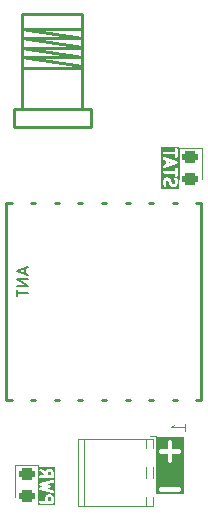
<source format=gbr>
%TF.GenerationSoftware,KiCad,Pcbnew,8.0.0*%
%TF.CreationDate,2025-01-24T21:29:13-08:00*%
%TF.ProjectId,Hope,486f7065-2e6b-4696-9361-645f70636258,rev?*%
%TF.SameCoordinates,Original*%
%TF.FileFunction,Legend,Bot*%
%TF.FilePolarity,Positive*%
%FSLAX46Y46*%
G04 Gerber Fmt 4.6, Leading zero omitted, Abs format (unit mm)*
G04 Created by KiCad (PCBNEW 8.0.0) date 2025-01-24 21:29:13*
%MOMM*%
%LPD*%
G01*
G04 APERTURE LIST*
G04 Aperture macros list*
%AMRoundRect*
0 Rectangle with rounded corners*
0 $1 Rounding radius*
0 $2 $3 $4 $5 $6 $7 $8 $9 X,Y pos of 4 corners*
0 Add a 4 corners polygon primitive as box body*
4,1,4,$2,$3,$4,$5,$6,$7,$8,$9,$2,$3,0*
0 Add four circle primitives for the rounded corners*
1,1,$1+$1,$2,$3*
1,1,$1+$1,$4,$5*
1,1,$1+$1,$6,$7*
1,1,$1+$1,$8,$9*
0 Add four rect primitives between the rounded corners*
20,1,$1+$1,$2,$3,$4,$5,0*
20,1,$1+$1,$4,$5,$6,$7,0*
20,1,$1+$1,$6,$7,$8,$9,0*
20,1,$1+$1,$8,$9,$2,$3,0*%
G04 Aperture macros list end*
%ADD10C,0.250000*%
%ADD11C,0.400000*%
%ADD12C,0.150000*%
%ADD13C,0.120000*%
%ADD14C,3.800000*%
%ADD15R,2.200000X2.200000*%
%ADD16C,2.200000*%
%ADD17R,1.200000X2.000000*%
%ADD18O,1.900000X1.200000*%
%ADD19O,1.400000X1.200000*%
%ADD20RoundRect,0.243750X-0.456250X0.243750X-0.456250X-0.243750X0.456250X-0.243750X0.456250X0.243750X0*%
%ADD21R,1.400000X5.000000*%
%ADD22R,1.200000X5.000000*%
G04 APERTURE END LIST*
D10*
G36*
X14205806Y30044497D02*
G01*
X14007270Y29977826D01*
X14006634Y30110395D01*
X14205806Y30044497D01*
G37*
G36*
X14847380Y27841750D02*
G01*
X13347380Y27841750D01*
X13347380Y28472702D01*
X13472380Y28472702D01*
X13474549Y28235678D01*
X13473362Y28218972D01*
X13474758Y28212833D01*
X13474782Y28210221D01*
X13476045Y28207172D01*
X13478795Y28195078D01*
X13536405Y28029846D01*
X13568361Y27993000D01*
X13611985Y27971188D01*
X13660635Y27967732D01*
X13706904Y27983155D01*
X13743750Y28015111D01*
X13765561Y28058735D01*
X13769018Y28107385D01*
X13763585Y28131279D01*
X13722240Y28249860D01*
X13720495Y28440502D01*
X13744947Y28491733D01*
X13764083Y28511898D01*
X13815373Y28538731D01*
X13852139Y28539469D01*
X13902125Y28515613D01*
X13922290Y28496476D01*
X13954017Y28435830D01*
X13999805Y28260799D01*
X14000629Y28249210D01*
X14007606Y28230977D01*
X14008167Y28228834D01*
X14008703Y28228110D01*
X14009387Y28226324D01*
X14059472Y28130588D01*
X14064876Y28117542D01*
X14068795Y28112766D01*
X14070060Y28110349D01*
X14072554Y28108186D01*
X14080421Y28098600D01*
X14131745Y28049895D01*
X14139789Y28040620D01*
X14144925Y28037387D01*
X14146981Y28035436D01*
X14150031Y28034173D01*
X14160526Y28027566D01*
X14240766Y27989270D01*
X14242220Y27987816D01*
X14254269Y27982825D01*
X14278650Y27971189D01*
X14283130Y27970871D01*
X14287280Y27969152D01*
X14311666Y27966750D01*
X14389523Y27968314D01*
X14391270Y27967731D01*
X14403376Y27968592D01*
X14431290Y27969152D01*
X14435438Y27970871D01*
X14439920Y27971189D01*
X14462806Y27979947D01*
X14558542Y28030033D01*
X14571588Y28035436D01*
X14576364Y28039356D01*
X14578781Y28040620D01*
X14580944Y28043115D01*
X14590530Y28050981D01*
X14639235Y28102306D01*
X14648510Y28110349D01*
X14651743Y28115486D01*
X14653694Y28117541D01*
X14654957Y28120592D01*
X14661564Y28131086D01*
X14699860Y28211327D01*
X14701314Y28212780D01*
X14706305Y28224830D01*
X14717941Y28249210D01*
X14718259Y28253691D01*
X14719978Y28257840D01*
X14722380Y28282226D01*
X14720210Y28519251D01*
X14721398Y28535956D01*
X14720001Y28542096D01*
X14719978Y28544707D01*
X14718714Y28547757D01*
X14715965Y28559850D01*
X14658356Y28725081D01*
X14626401Y28761927D01*
X14582776Y28783739D01*
X14534127Y28787196D01*
X14487858Y28771773D01*
X14451012Y28739818D01*
X14429200Y28696193D01*
X14425743Y28647544D01*
X14431176Y28623650D01*
X14472519Y28505070D01*
X14474264Y28314426D01*
X14449814Y28263197D01*
X14430677Y28243031D01*
X14379387Y28216198D01*
X14342622Y28215460D01*
X14292636Y28239316D01*
X14272470Y28258453D01*
X14240743Y28319099D01*
X14194955Y28494132D01*
X14194132Y28505718D01*
X14187154Y28523952D01*
X14186594Y28526094D01*
X14186057Y28526819D01*
X14185374Y28528604D01*
X14135290Y28624338D01*
X14129885Y28637387D01*
X14125963Y28642165D01*
X14124701Y28644579D01*
X14122209Y28646741D01*
X14114340Y28656329D01*
X14063018Y28705031D01*
X14054972Y28714308D01*
X14049832Y28717544D01*
X14047779Y28719492D01*
X14044732Y28720754D01*
X14034234Y28727363D01*
X13953994Y28765659D01*
X13952541Y28767112D01*
X13940492Y28772103D01*
X13916111Y28783739D01*
X13911629Y28784058D01*
X13907481Y28785776D01*
X13883095Y28788178D01*
X13805234Y28786615D01*
X13803490Y28787196D01*
X13791398Y28786337D01*
X13763471Y28785776D01*
X13759321Y28784058D01*
X13754841Y28783739D01*
X13731955Y28774981D01*
X13636221Y28724898D01*
X13623172Y28719492D01*
X13618394Y28715571D01*
X13615980Y28714308D01*
X13613818Y28711817D01*
X13604230Y28703947D01*
X13555529Y28652627D01*
X13546252Y28644580D01*
X13543016Y28639440D01*
X13541067Y28637386D01*
X13539804Y28634340D01*
X13533197Y28623843D01*
X13494900Y28543603D01*
X13493446Y28542148D01*
X13488451Y28530090D01*
X13476820Y28505719D01*
X13476501Y28501240D01*
X13474782Y28497088D01*
X13472380Y28472702D01*
X13347380Y28472702D01*
X13347380Y29210221D01*
X13474782Y29210221D01*
X13493446Y29165161D01*
X13527934Y29130673D01*
X13572994Y29112009D01*
X13597380Y29109607D01*
X14474027Y29111663D01*
X14474782Y28924507D01*
X14493446Y28879447D01*
X14527934Y28844959D01*
X14572994Y28826295D01*
X14621766Y28826295D01*
X14666826Y28844959D01*
X14701314Y28879447D01*
X14719978Y28924507D01*
X14722380Y28948893D01*
X14719978Y29544707D01*
X14701314Y29589767D01*
X14666826Y29624255D01*
X14621766Y29642919D01*
X14572994Y29642919D01*
X14527934Y29624255D01*
X14493446Y29589767D01*
X14474782Y29544707D01*
X14472380Y29520321D01*
X14473029Y29359316D01*
X13572994Y29357205D01*
X13527934Y29338541D01*
X13493446Y29304053D01*
X13474782Y29258993D01*
X13474782Y29210221D01*
X13347380Y29210221D01*
X13347380Y29695164D01*
X13473362Y29695164D01*
X13488785Y29648895D01*
X13520740Y29612049D01*
X13564365Y29590237D01*
X13613014Y29586780D01*
X13636908Y29592213D01*
X14621839Y29922963D01*
X14630395Y29923570D01*
X14644190Y29930468D01*
X14659283Y29935536D01*
X14666030Y29941388D01*
X14674019Y29945382D01*
X14684285Y29957220D01*
X14696129Y29967491D01*
X14700124Y29975483D01*
X14705975Y29982228D01*
X14710930Y29997093D01*
X14717941Y30011115D01*
X14718574Y30020026D01*
X14721398Y30028497D01*
X14720287Y30044131D01*
X14721398Y30059765D01*
X14718574Y30068237D01*
X14717941Y30077147D01*
X14710930Y30091169D01*
X14705975Y30106034D01*
X14700124Y30112780D01*
X14696129Y30120771D01*
X14684285Y30131043D01*
X14674019Y30142880D01*
X14666030Y30146875D01*
X14659283Y30152726D01*
X14636908Y30162717D01*
X13916710Y30401002D01*
X13907481Y30404824D01*
X13905156Y30404824D01*
X13613014Y30501482D01*
X13564365Y30498025D01*
X13520740Y30476213D01*
X13488785Y30439367D01*
X13473362Y30393098D01*
X13476819Y30344449D01*
X13498631Y30300824D01*
X13535477Y30268869D01*
X13557852Y30258879D01*
X13758525Y30192484D01*
X13759954Y29894775D01*
X13535477Y29819393D01*
X13498631Y29787438D01*
X13476819Y29743813D01*
X13473362Y29695164D01*
X13347380Y29695164D01*
X13347380Y30829269D01*
X13474782Y30829269D01*
X13493446Y30784209D01*
X13527934Y30749721D01*
X13572994Y30731057D01*
X13597380Y30728655D01*
X14474027Y30730711D01*
X14474782Y30543555D01*
X14493446Y30498495D01*
X14527934Y30464007D01*
X14572994Y30445343D01*
X14621766Y30445343D01*
X14666826Y30464007D01*
X14701314Y30498495D01*
X14719978Y30543555D01*
X14722380Y30567941D01*
X14719978Y31163755D01*
X14701314Y31208815D01*
X14666826Y31243303D01*
X14621766Y31261967D01*
X14572994Y31261967D01*
X14527934Y31243303D01*
X14493446Y31208815D01*
X14474782Y31163755D01*
X14472380Y31139369D01*
X14473029Y30978364D01*
X13572994Y30976253D01*
X13527934Y30957589D01*
X13493446Y30923101D01*
X13474782Y30878041D01*
X13474782Y30829269D01*
X13347380Y30829269D01*
X13347380Y31386967D01*
X14847380Y31386967D01*
X14847380Y27841750D01*
G37*
G36*
X3953855Y1712857D02*
G01*
X3974020Y1693720D01*
X4000459Y1643183D01*
X4001819Y1413705D01*
X3725756Y1413058D01*
X3724427Y1637370D01*
X3749057Y1688977D01*
X3768194Y1709142D01*
X3819175Y1735813D01*
X3903225Y1737020D01*
X3953855Y1712857D01*
G37*
G36*
X3953855Y3855714D02*
G01*
X3974020Y3836577D01*
X4000459Y3786040D01*
X4001819Y3556562D01*
X3725756Y3555915D01*
X3725132Y3661232D01*
X3726463Y3667236D01*
X3725049Y3675245D01*
X3724427Y3780227D01*
X3749057Y3831834D01*
X3768194Y3851999D01*
X3819175Y3878670D01*
X3903225Y3879877D01*
X3953855Y3855714D01*
G37*
G36*
X4375301Y1038994D02*
G01*
X2875330Y1038994D01*
X2875330Y1264608D01*
X3002703Y1264608D01*
X3021367Y1219548D01*
X3055855Y1185060D01*
X3100915Y1166396D01*
X3125301Y1163994D01*
X4149687Y1166396D01*
X4194747Y1185060D01*
X4229235Y1219548D01*
X4247899Y1264608D01*
X4250301Y1288994D01*
X4248156Y1650827D01*
X4249319Y1654313D01*
X4248028Y1672474D01*
X4247899Y1694332D01*
X4246180Y1698482D01*
X4245862Y1702962D01*
X4237104Y1725848D01*
X4187020Y1821582D01*
X4181615Y1834631D01*
X4177693Y1839409D01*
X4176431Y1841823D01*
X4173939Y1843985D01*
X4166070Y1853573D01*
X4114748Y1902275D01*
X4106702Y1911552D01*
X4101562Y1914788D01*
X4099509Y1916736D01*
X4096462Y1917998D01*
X4085964Y1924607D01*
X4005724Y1962903D01*
X4004271Y1964356D01*
X3992222Y1969347D01*
X3967841Y1980983D01*
X3963359Y1981302D01*
X3959211Y1983020D01*
X3934825Y1985422D01*
X3810032Y1983630D01*
X3807601Y1984440D01*
X3792693Y1983381D01*
X3767582Y1983020D01*
X3763432Y1981302D01*
X3758952Y1980983D01*
X3736066Y1972225D01*
X3640332Y1922142D01*
X3627283Y1916736D01*
X3622505Y1912815D01*
X3620091Y1911552D01*
X3617929Y1909061D01*
X3608341Y1901191D01*
X3559639Y1849870D01*
X3550362Y1841823D01*
X3547126Y1836684D01*
X3545178Y1834630D01*
X3543916Y1831584D01*
X3537307Y1821085D01*
X3499011Y1740846D01*
X3497558Y1739392D01*
X3492567Y1727344D01*
X3480931Y1702962D01*
X3480612Y1698481D01*
X3478894Y1694332D01*
X3476492Y1669946D01*
X3478017Y1412477D01*
X3100915Y1411592D01*
X3055855Y1392928D01*
X3021367Y1358440D01*
X3002703Y1313380D01*
X3002703Y1264608D01*
X2875330Y1264608D01*
X2875330Y2436524D01*
X3000389Y2436524D01*
X3001404Y2430189D01*
X3000559Y2423825D01*
X3005235Y2406290D01*
X3008108Y2388367D01*
X3011472Y2382899D01*
X3013126Y2376700D01*
X3024153Y2362293D01*
X3033670Y2346828D01*
X3038870Y2343065D01*
X3042770Y2337970D01*
X3058475Y2328878D01*
X3073182Y2318235D01*
X3082267Y2315104D01*
X3084980Y2313533D01*
X3087979Y2313135D01*
X3096348Y2310250D01*
X4120628Y2068844D01*
X4168785Y2076563D01*
X4210324Y2102125D01*
X4238917Y2141637D01*
X4250213Y2189083D01*
X4242494Y2237240D01*
X4216932Y2278779D01*
X4177420Y2307372D01*
X4154254Y2315357D01*
X3630499Y2438798D01*
X3864319Y2501938D01*
X3879909Y2504009D01*
X3886831Y2508017D01*
X3894739Y2510152D01*
X3907839Y2520180D01*
X3922118Y2528446D01*
X3927038Y2534876D01*
X3933468Y2539796D01*
X3941735Y2554076D01*
X3951762Y2567175D01*
X3953847Y2574997D01*
X3957906Y2582006D01*
X3960079Y2598365D01*
X3964329Y2614301D01*
X3963262Y2622327D01*
X3964329Y2630353D01*
X3960079Y2646290D01*
X3957906Y2662648D01*
X3953847Y2669658D01*
X3951762Y2677479D01*
X3941735Y2690579D01*
X3933468Y2704858D01*
X3927038Y2709779D01*
X3922118Y2716208D01*
X3907839Y2724475D01*
X3894739Y2734502D01*
X3882761Y2738994D01*
X3879909Y2740645D01*
X3877506Y2740965D01*
X3871795Y2743106D01*
X3632278Y2806171D01*
X4177420Y2937282D01*
X4216932Y2965875D01*
X4242494Y3007414D01*
X4250213Y3055571D01*
X4238917Y3103017D01*
X4210324Y3142529D01*
X4168785Y3168091D01*
X4120628Y3175810D01*
X4096349Y3172499D01*
X3102302Y2933423D01*
X3084980Y2931121D01*
X3079470Y2927932D01*
X3073182Y2926419D01*
X3058475Y2915777D01*
X3042770Y2906684D01*
X3038870Y2901590D01*
X3033670Y2897826D01*
X3024153Y2882362D01*
X3013126Y2867954D01*
X3011472Y2861756D01*
X3008108Y2856287D01*
X3005235Y2838365D01*
X3000559Y2820829D01*
X3001404Y2814466D01*
X3000389Y2808130D01*
X3004592Y2790476D01*
X3006983Y2772482D01*
X3010198Y2766929D01*
X3011685Y2760684D01*
X3022327Y2745978D01*
X3031420Y2730272D01*
X3036514Y2726373D01*
X3040278Y2721172D01*
X3055742Y2711656D01*
X3070150Y2700628D01*
X3079143Y2697256D01*
X3081817Y2695610D01*
X3084810Y2695131D01*
X3093093Y2692024D01*
X3358970Y2622019D01*
X3098832Y2551772D01*
X3081817Y2549044D01*
X3076409Y2545717D01*
X3070150Y2544026D01*
X3055742Y2532999D01*
X3040278Y2523482D01*
X3036514Y2518282D01*
X3031420Y2514382D01*
X3022327Y2498677D01*
X3011685Y2483970D01*
X3010198Y2477726D01*
X3006983Y2472172D01*
X3004592Y2454179D01*
X3000389Y2436524D01*
X2875330Y2436524D01*
X2875330Y4005989D01*
X3000330Y4005989D01*
X3008806Y3957958D01*
X3035018Y3916827D01*
X3053618Y3900875D01*
X3477714Y3606508D01*
X3478017Y3555334D01*
X3100915Y3554449D01*
X3055855Y3535785D01*
X3021367Y3501297D01*
X3002703Y3456237D01*
X3002703Y3407465D01*
X3021367Y3362405D01*
X3055855Y3327917D01*
X3100915Y3309253D01*
X3125301Y3306851D01*
X4149687Y3309253D01*
X4194747Y3327917D01*
X4229235Y3362405D01*
X4247899Y3407465D01*
X4250301Y3431851D01*
X4248156Y3793684D01*
X4249319Y3797170D01*
X4248028Y3815331D01*
X4247899Y3837189D01*
X4246180Y3841339D01*
X4245862Y3845819D01*
X4237104Y3868705D01*
X4187020Y3964439D01*
X4181615Y3977488D01*
X4177693Y3982266D01*
X4176431Y3984680D01*
X4173939Y3986842D01*
X4166070Y3996430D01*
X4114748Y4045132D01*
X4106702Y4054409D01*
X4101562Y4057645D01*
X4099509Y4059593D01*
X4096462Y4060855D01*
X4085964Y4067464D01*
X4005724Y4105760D01*
X4004271Y4107213D01*
X3992222Y4112204D01*
X3967841Y4123840D01*
X3963359Y4124159D01*
X3959211Y4125877D01*
X3934825Y4128279D01*
X3810032Y4126487D01*
X3807601Y4127297D01*
X3792693Y4126238D01*
X3767582Y4125877D01*
X3763432Y4124159D01*
X3758952Y4123840D01*
X3736066Y4115082D01*
X3640332Y4064999D01*
X3627283Y4059593D01*
X3622505Y4055672D01*
X3620091Y4054409D01*
X3617929Y4051918D01*
X3608341Y4044048D01*
X3559639Y3992727D01*
X3550362Y3984680D01*
X3547126Y3979541D01*
X3545178Y3977487D01*
X3543916Y3974441D01*
X3537307Y3963942D01*
X3502429Y3890866D01*
X3175628Y4117700D01*
X3128011Y4128250D01*
X3079980Y4119774D01*
X3038849Y4093562D01*
X3010880Y4053606D01*
X3000330Y4005989D01*
X2875330Y4005989D01*
X2875330Y4253279D01*
X4375301Y4253279D01*
X4375301Y1038994D01*
G37*
D11*
G36*
X15249231Y1951445D02*
G01*
X12888664Y1951445D01*
X12888664Y2334649D01*
X13110886Y2334649D01*
X13140749Y2262553D01*
X13195929Y2207373D01*
X13268025Y2177510D01*
X13307043Y2173667D01*
X14869870Y2177510D01*
X14941966Y2207373D01*
X14997146Y2262553D01*
X15027009Y2334649D01*
X15027009Y2412685D01*
X14997146Y2484781D01*
X14941966Y2539961D01*
X14869870Y2569824D01*
X14830852Y2573667D01*
X13268025Y2569824D01*
X13195929Y2539961D01*
X13140749Y2484781D01*
X13110886Y2412685D01*
X13110886Y2334649D01*
X12888664Y2334649D01*
X12888664Y5554537D01*
X13110886Y5554537D01*
X13140749Y5482441D01*
X13195929Y5427261D01*
X13268025Y5397398D01*
X13307043Y5393555D01*
X13871308Y5394943D01*
X13872790Y4792632D01*
X13902653Y4720536D01*
X13957833Y4665356D01*
X14029929Y4635493D01*
X14107965Y4635493D01*
X14180061Y4665356D01*
X14235241Y4720536D01*
X14265104Y4792632D01*
X14268947Y4831650D01*
X14267559Y5395917D01*
X14869870Y5397398D01*
X14941966Y5427261D01*
X14997146Y5482441D01*
X15027009Y5554537D01*
X15027009Y5632573D01*
X14997146Y5704669D01*
X14941966Y5759849D01*
X14869870Y5789712D01*
X14830852Y5793555D01*
X14266585Y5792168D01*
X14265104Y6394478D01*
X14235241Y6466574D01*
X14180061Y6521754D01*
X14107965Y6551617D01*
X14029929Y6551617D01*
X13957833Y6521754D01*
X13902653Y6466574D01*
X13872790Y6394478D01*
X13868947Y6355460D01*
X13870334Y5791194D01*
X13268025Y5789712D01*
X13195929Y5759849D01*
X13140749Y5704669D01*
X13110886Y5632573D01*
X13110886Y5554537D01*
X12888664Y5554537D01*
X12888664Y6773839D01*
X15249231Y6773839D01*
X15249231Y1951445D01*
G37*
D12*
X1792704Y21099640D02*
X1792704Y20623450D01*
X2078419Y21194878D02*
X1078419Y20861545D01*
X1078419Y20861545D02*
X2078419Y20528212D01*
X2078419Y20194878D02*
X1078419Y20194878D01*
X1078419Y20194878D02*
X2078419Y19623450D01*
X2078419Y19623450D02*
X1078419Y19623450D01*
X1078419Y19290116D02*
X1078419Y18718688D01*
X2078419Y19004402D02*
X1078419Y19004402D01*
D13*
X15382502Y7315568D02*
X15382502Y8001282D01*
X15382502Y7658425D02*
X14182502Y7658425D01*
X14182502Y7658425D02*
X14353931Y7772711D01*
X14353931Y7772711D02*
X14468217Y7886996D01*
X14468217Y7886996D02*
X14525360Y8001282D01*
%TO.C,J4*%
X12848800Y6880000D02*
X12108800Y6880000D01*
X12848800Y6380000D02*
X12848800Y6880000D01*
X12608800Y6640000D02*
X6288800Y6640000D01*
X6288800Y980000D02*
X6288800Y6640000D01*
X6748800Y980000D02*
X6748800Y6640000D01*
X12048800Y5870000D02*
X12048800Y6640000D01*
X12608800Y5870000D02*
X12608800Y6640000D01*
X12048800Y3330000D02*
X12048800Y4290000D01*
X12608800Y3330000D02*
X12608800Y4290000D01*
X12048800Y980000D02*
X12048800Y1750000D01*
X12608800Y980000D02*
X12608800Y1750000D01*
X12608800Y980000D02*
X6288800Y980000D01*
D10*
%TO.C,R6*%
X653600Y9958800D02*
X223600Y9958800D01*
X223600Y9958800D02*
X223600Y26588800D01*
X223600Y26588800D02*
X653600Y26588800D01*
X2653600Y9958800D02*
X2313600Y9958800D01*
X2313600Y26588800D02*
X2653600Y26588800D01*
X4653600Y9958800D02*
X4313600Y9958800D01*
X4313600Y26588800D02*
X4653600Y26588800D01*
X6653600Y9958800D02*
X6313600Y9958800D01*
X6313600Y26588800D02*
X6653600Y26588800D01*
X8653600Y9958800D02*
X8313600Y9958800D01*
X8313600Y26588800D02*
X8653600Y26588800D01*
X10653600Y9958800D02*
X10313600Y9958800D01*
X10313600Y26588800D02*
X10653600Y26588800D01*
X12653600Y9958800D02*
X12313600Y9958800D01*
X12313600Y26588800D02*
X12653600Y26588800D01*
X14653600Y9958800D02*
X14313600Y9958800D01*
X14313600Y26588800D02*
X14653600Y26588800D01*
X16483600Y9958800D02*
X16313600Y9958800D01*
X16313600Y26638800D02*
X16353600Y26588800D01*
X16733600Y9958800D02*
X16483600Y9958800D01*
X16733600Y26588800D02*
X16733600Y9958800D01*
X16353600Y26588800D02*
X16733600Y26588800D01*
D13*
%TO.C,D2*%
X970400Y4405100D02*
X970400Y1720100D01*
X2890400Y1720100D02*
X2890400Y4405100D01*
X2890400Y4405100D02*
X970400Y4405100D01*
%TO.C,D1*%
X14838800Y31301400D02*
X14838800Y28616400D01*
X16758800Y31301400D02*
X14838800Y31301400D01*
X16758800Y28616400D02*
X16758800Y31301400D01*
D10*
%TO.C,AE1*%
X864800Y34589200D02*
X864800Y33089200D01*
X1554800Y42619200D02*
X1554800Y34589200D01*
X6654800Y38189200D02*
X1554800Y38949200D01*
X6654800Y39009200D02*
X1554800Y39769200D01*
X6654800Y39809200D02*
X1554800Y40569200D01*
X6654800Y40589200D02*
X1554800Y41349200D01*
X6654800Y42589200D02*
X6654800Y34589200D01*
X1554800Y38049200D02*
X6654800Y38049200D01*
X1554800Y38949200D02*
X6654800Y38949200D01*
X1554800Y39769200D02*
X6654800Y39769200D01*
X1554800Y40569200D02*
X6654800Y40569200D01*
X1554800Y41349200D02*
X6654800Y41349200D01*
X1574800Y42589200D02*
X6654800Y42589200D01*
X864800Y33089200D02*
X7364800Y33089200D01*
X7364800Y34589200D02*
X7364800Y33089200D01*
X934800Y34589200D02*
X7364800Y34589200D01*
%TD*%
%LPC*%
D14*
%TO.C,H4*%
X2336800Y6908800D03*
%TD*%
%TO.C,H3*%
X9753600Y30759400D03*
%TD*%
D15*
%TO.C,J4*%
X9448800Y5080000D03*
D16*
X9448800Y2540000D03*
%TD*%
D17*
%TO.C,R6*%
X15483600Y26338800D03*
X13483600Y26338800D03*
X11483600Y26338800D03*
X9483600Y26338800D03*
X7483600Y26338800D03*
X5483600Y26338800D03*
X3483600Y26338800D03*
X1483600Y26338800D03*
X1483600Y10338800D03*
X3483600Y10338800D03*
X5483600Y10338800D03*
X7483600Y10338800D03*
X9483600Y10338800D03*
X11483600Y10338800D03*
X13483600Y10338800D03*
X15483600Y10338800D03*
%TD*%
D18*
%TO.C,J1*%
X14724700Y8426000D03*
X14724700Y1226000D03*
D19*
X11824700Y2406000D03*
X11824700Y7246000D03*
%TD*%
D20*
%TO.C,D2*%
X1930400Y1782600D03*
X1930400Y3657600D03*
%TD*%
%TO.C,D1*%
X15798800Y28678900D03*
X15798800Y30553900D03*
%TD*%
D21*
%TO.C,AE1*%
X1564800Y30429200D03*
X6664800Y30429200D03*
D22*
X4114800Y30429200D03*
%TD*%
%LPD*%
M02*

</source>
